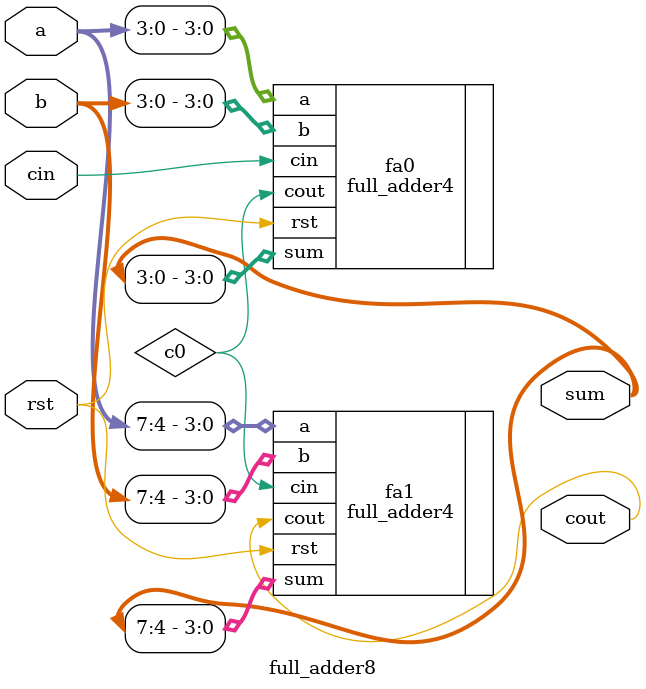
<source format=v>

module full_adder8(sum, cout, a, b, cin, rst);
input [7:0] a, b;
input cin, rst;
output [7:0] sum;
output cout;
wire c0;
full_adder4 fa0 (.sum(sum[3:0]), .cout(c0), .a(a[3:0]), .b(b[3:0]), .cin(cin), .rst(rst));
full_adder4 fa1 (.sum(sum[7:4]), .cout(cout), .a(a[7:4]), .b(b[7:4]), .cin(c0), .rst(rst));
endmodule
</source>
